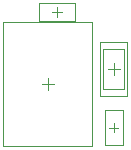
<source format=gbr>
G04 Layer_Color=32768*
%FSLAX26Y26*%
%MOIN*%
%TF.FileFunction,Other,Mechanical_15*%
%TF.Part,Single*%
G01*
G75*
%TA.AperFunction,NonConductor*%
%ADD31C,0.001968*%
%ADD32C,0.003937*%
D31*
X514567Y450472D02*
Y509527D01*
X396457Y450472D02*
Y509527D01*
Y450472D02*
X514567D01*
X396457Y509527D02*
X514567D01*
X572638Y33307D02*
Y446693D01*
X277362Y33307D02*
Y446693D01*
Y33307D02*
X572638D01*
X277362Y446693D02*
X572638D01*
X615472Y154055D02*
X674528D01*
X615472Y35945D02*
X674528D01*
Y154055D01*
X615472Y35945D02*
Y154055D01*
X599724Y199449D02*
Y380551D01*
X690276Y199449D02*
Y380551D01*
X599724Y199449D02*
X690276D01*
X599724Y380551D02*
X690276D01*
D32*
X439764Y480000D02*
X471260D01*
X455512Y464252D02*
Y495748D01*
X405315Y240000D02*
X444685D01*
X425000Y220315D02*
Y259685D01*
X645000Y79252D02*
Y110748D01*
X629252Y95000D02*
X660748D01*
X680433Y223071D02*
Y356929D01*
X609567D02*
X680433D01*
X609567Y223071D02*
X680433D01*
X609567D02*
Y356929D01*
X625315Y290000D02*
X664685D01*
X645000Y270315D02*
Y309685D01*
%TF.MD5,5e9b9a890d71e5d2b591197f9ea16868*%
M02*

</source>
